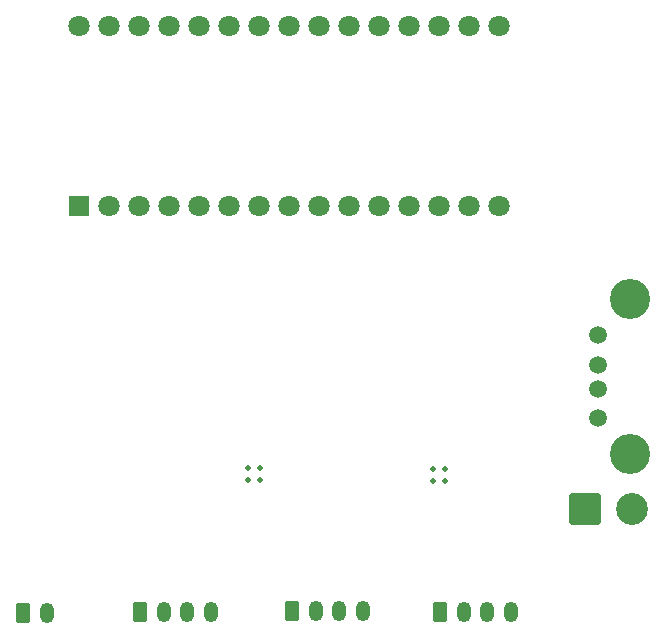
<source format=gbs>
G04 #@! TF.GenerationSoftware,KiCad,Pcbnew,7.0.1*
G04 #@! TF.CreationDate,2023-08-25T11:55:28+10:00*
G04 #@! TF.ProjectId,Firetruck,46697265-7472-4756-936b-2e6b69636164,rev?*
G04 #@! TF.SameCoordinates,Original*
G04 #@! TF.FileFunction,Soldermask,Bot*
G04 #@! TF.FilePolarity,Negative*
%FSLAX46Y46*%
G04 Gerber Fmt 4.6, Leading zero omitted, Abs format (unit mm)*
G04 Created by KiCad (PCBNEW 7.0.1) date 2023-08-25 11:55:28*
%MOMM*%
%LPD*%
G01*
G04 APERTURE LIST*
G04 Aperture macros list*
%AMRoundRect*
0 Rectangle with rounded corners*
0 $1 Rounding radius*
0 $2 $3 $4 $5 $6 $7 $8 $9 X,Y pos of 4 corners*
0 Add a 4 corners polygon primitive as box body*
4,1,4,$2,$3,$4,$5,$6,$7,$8,$9,$2,$3,0*
0 Add four circle primitives for the rounded corners*
1,1,$1+$1,$2,$3*
1,1,$1+$1,$4,$5*
1,1,$1+$1,$6,$7*
1,1,$1+$1,$8,$9*
0 Add four rect primitives between the rounded corners*
20,1,$1+$1,$2,$3,$4,$5,0*
20,1,$1+$1,$4,$5,$6,$7,0*
20,1,$1+$1,$6,$7,$8,$9,0*
20,1,$1+$1,$8,$9,$2,$3,0*%
G04 Aperture macros list end*
%ADD10RoundRect,0.250001X-1.099999X-1.099999X1.099999X-1.099999X1.099999X1.099999X-1.099999X1.099999X0*%
%ADD11C,2.700000*%
%ADD12RoundRect,0.250000X-0.350000X-0.625000X0.350000X-0.625000X0.350000X0.625000X-0.350000X0.625000X0*%
%ADD13O,1.200000X1.750000*%
%ADD14R,1.800000X1.800000*%
%ADD15C,1.800000*%
%ADD16C,3.400000*%
%ADD17C,1.500000*%
%ADD18C,0.500000*%
G04 APERTURE END LIST*
D10*
X172480000Y-96645000D03*
D11*
X176440000Y-96645000D03*
D12*
X124860000Y-105450000D03*
D13*
X126860000Y-105450000D03*
D14*
X129620000Y-70930000D03*
D15*
X132160000Y-70930000D03*
X134700000Y-70930000D03*
X137240000Y-70930000D03*
X139780000Y-70930000D03*
X142320000Y-70930000D03*
X144860000Y-70930000D03*
X147400000Y-70930000D03*
X149940000Y-70930000D03*
X152480000Y-70930000D03*
X155020000Y-70930000D03*
X157560000Y-70930000D03*
X160100000Y-70930000D03*
X162640000Y-70930000D03*
X165180000Y-70930000D03*
X165180000Y-55690000D03*
X162640000Y-55690000D03*
X160100000Y-55690000D03*
X157560000Y-55690000D03*
X155020000Y-55690000D03*
X152480000Y-55690000D03*
X149940000Y-55690000D03*
X147400000Y-55690000D03*
X144860000Y-55690000D03*
X142320000Y-55690000D03*
X139780000Y-55690000D03*
X137240000Y-55690000D03*
X134700000Y-55690000D03*
X132160000Y-55690000D03*
X129620000Y-55690000D03*
D16*
X176290000Y-78840000D03*
X176290000Y-91980000D03*
D17*
X173580000Y-81910000D03*
X173580000Y-84410000D03*
X173580000Y-86410000D03*
X173580000Y-88910000D03*
D18*
X143915000Y-94125000D03*
X144905000Y-94125000D03*
X143915000Y-93125000D03*
X144905000Y-93125000D03*
D12*
X134770000Y-105370000D03*
D13*
X136770000Y-105370000D03*
X138770000Y-105370000D03*
X140770000Y-105370000D03*
D12*
X147640000Y-105270000D03*
D13*
X149640000Y-105270000D03*
X151640000Y-105270000D03*
X153640000Y-105270000D03*
D12*
X160180000Y-105290000D03*
D13*
X162180000Y-105290000D03*
X164180000Y-105290000D03*
X166180000Y-105290000D03*
D18*
X159580000Y-94210000D03*
X160570000Y-94210000D03*
X159580000Y-93210000D03*
X160570000Y-93210000D03*
M02*

</source>
